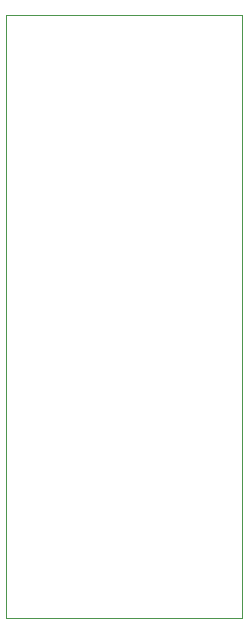
<source format=gbr>
%TF.GenerationSoftware,KiCad,Pcbnew,8.0.2*%
%TF.CreationDate,2024-11-13T23:00:56+01:00*%
%TF.ProjectId,programmerUnoHat,70726f67-7261-46d6-9d65-72556e6f4861,rev?*%
%TF.SameCoordinates,Original*%
%TF.FileFunction,Profile,NP*%
%FSLAX46Y46*%
G04 Gerber Fmt 4.6, Leading zero omitted, Abs format (unit mm)*
G04 Created by KiCad (PCBNEW 8.0.2) date 2024-11-13 23:00:56*
%MOMM*%
%LPD*%
G01*
G04 APERTURE LIST*
%TA.AperFunction,Profile*%
%ADD10C,0.050000*%
%TD*%
G04 APERTURE END LIST*
D10*
X124000000Y-63000000D02*
X144000000Y-63000000D01*
X144000000Y-114000000D01*
X124000000Y-114000000D01*
X124000000Y-63000000D01*
M02*

</source>
